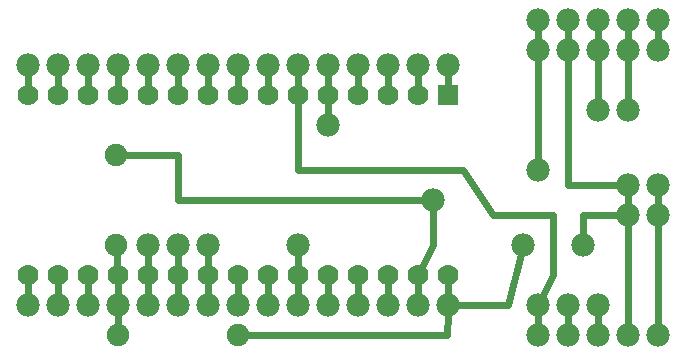
<source format=gbl>
G04 MADE WITH FRITZING*
G04 WWW.FRITZING.ORG*
G04 DOUBLE SIDED*
G04 HOLES PLATED*
G04 CONTOUR ON CENTER OF CONTOUR VECTOR*
%ASAXBY*%
%FSLAX23Y23*%
%MOIN*%
%OFA0B0*%
%SFA1.0B1.0*%
%ADD10C,0.075000*%
%ADD11C,0.070000*%
%ADD12C,0.078000*%
%ADD13R,0.070000X0.069972*%
%ADD14C,0.024000*%
%LNCOPPER0*%
G90*
G70*
G54D10*
X385Y673D03*
X385Y373D03*
X385Y673D03*
X385Y373D03*
X790Y73D03*
X390Y73D03*
X790Y73D03*
X390Y73D03*
G54D11*
X1491Y873D03*
X1391Y873D03*
X1291Y873D03*
X1191Y873D03*
X1091Y873D03*
X991Y873D03*
X891Y873D03*
X791Y873D03*
X691Y873D03*
X591Y873D03*
X491Y873D03*
X391Y873D03*
X291Y873D03*
X191Y873D03*
X91Y873D03*
X1491Y273D03*
X1391Y273D03*
X1291Y273D03*
X1191Y273D03*
X1091Y273D03*
X991Y273D03*
X891Y273D03*
X791Y273D03*
X691Y273D03*
X591Y273D03*
X491Y273D03*
X391Y273D03*
X291Y273D03*
X191Y273D03*
X91Y273D03*
G54D12*
X1440Y523D03*
X1940Y373D03*
X1740Y373D03*
X990Y373D03*
X690Y373D03*
X490Y373D03*
X590Y373D03*
X1090Y773D03*
X2090Y823D03*
X1990Y823D03*
X2090Y573D03*
X2190Y573D03*
X1790Y623D03*
X2090Y473D03*
X2190Y473D03*
X1790Y173D03*
X1890Y173D03*
X1990Y173D03*
X1790Y1023D03*
X1890Y1023D03*
X1990Y1023D03*
X2090Y1023D03*
X2190Y1023D03*
X1790Y1123D03*
X1890Y1123D03*
X1990Y1123D03*
X2090Y1123D03*
X2190Y1123D03*
X1790Y73D03*
X1890Y73D03*
X1990Y73D03*
X2090Y73D03*
X2190Y73D03*
X1491Y973D03*
X1391Y973D03*
X1291Y973D03*
X1191Y973D03*
X1091Y973D03*
X991Y973D03*
X891Y973D03*
X791Y973D03*
X691Y973D03*
X591Y973D03*
X491Y973D03*
X391Y973D03*
X291Y973D03*
X191Y973D03*
X91Y973D03*
X1491Y173D03*
X1391Y173D03*
X1291Y173D03*
X1191Y173D03*
X1091Y173D03*
X991Y173D03*
X891Y173D03*
X791Y173D03*
X691Y173D03*
X591Y173D03*
X491Y173D03*
X391Y173D03*
X291Y173D03*
X191Y173D03*
X91Y173D03*
G54D13*
X1491Y873D03*
G54D14*
X2090Y443D02*
X2090Y103D01*
D02*
X2091Y573D02*
X2090Y503D01*
D02*
X1890Y573D02*
X2091Y573D01*
D02*
X1890Y1093D02*
X1890Y573D01*
D02*
X1790Y1053D02*
X1790Y1093D01*
D02*
X1790Y653D02*
X1790Y993D01*
D02*
X2190Y443D02*
X2190Y103D01*
D02*
X2190Y543D02*
X2190Y503D01*
D02*
X1990Y993D02*
X1990Y853D01*
D02*
X1990Y1093D02*
X1990Y1053D01*
D02*
X2090Y993D02*
X2090Y853D01*
D02*
X2090Y1093D02*
X2090Y1053D01*
D02*
X491Y302D02*
X490Y343D01*
D02*
X591Y302D02*
X590Y343D01*
D02*
X1091Y844D02*
X1090Y803D01*
D02*
X991Y302D02*
X990Y343D01*
D02*
X691Y302D02*
X690Y343D01*
D02*
X1540Y624D02*
X990Y624D01*
D02*
X1840Y474D02*
X1641Y474D01*
D02*
X1641Y474D02*
X1540Y624D01*
D02*
X1840Y273D02*
X1840Y474D01*
D02*
X990Y624D02*
X991Y844D01*
D02*
X1804Y200D02*
X1840Y273D01*
D02*
X1690Y172D02*
X1521Y173D01*
D02*
X1733Y344D02*
X1690Y172D01*
D02*
X1941Y474D02*
X2060Y473D01*
D02*
X1940Y403D02*
X1941Y474D01*
D02*
X1440Y373D02*
X1404Y299D01*
D02*
X1440Y523D02*
X1440Y373D01*
D02*
X1339Y523D02*
X1440Y523D01*
D02*
X1410Y523D02*
X1339Y523D01*
D02*
X391Y143D02*
X390Y102D01*
D02*
X1489Y74D02*
X1490Y143D01*
D02*
X819Y73D02*
X1489Y74D01*
D02*
X386Y345D02*
X389Y302D01*
D02*
X590Y673D02*
X413Y673D01*
D02*
X590Y523D02*
X590Y673D01*
D02*
X1339Y523D02*
X590Y523D01*
D02*
X2190Y1093D02*
X2190Y1053D01*
D02*
X1491Y203D02*
X1491Y244D01*
D02*
X1391Y203D02*
X1391Y244D01*
D02*
X1790Y143D02*
X1790Y103D01*
D02*
X1890Y143D02*
X1890Y103D01*
D02*
X1990Y143D02*
X1990Y103D01*
D02*
X491Y203D02*
X491Y244D01*
D02*
X591Y203D02*
X591Y244D01*
D02*
X91Y943D02*
X91Y902D01*
D02*
X191Y943D02*
X191Y902D01*
D02*
X291Y943D02*
X291Y902D01*
D02*
X391Y943D02*
X391Y902D01*
D02*
X491Y943D02*
X491Y902D01*
D02*
X591Y943D02*
X591Y902D01*
D02*
X691Y943D02*
X691Y902D01*
D02*
X791Y943D02*
X791Y902D01*
D02*
X891Y943D02*
X891Y902D01*
D02*
X991Y943D02*
X991Y902D01*
D02*
X1091Y943D02*
X1091Y902D01*
D02*
X1191Y943D02*
X1191Y902D01*
D02*
X1291Y943D02*
X1291Y902D01*
D02*
X1391Y943D02*
X1391Y902D01*
D02*
X1491Y943D02*
X1491Y902D01*
D02*
X1291Y244D02*
X1291Y203D01*
D02*
X1191Y244D02*
X1191Y203D01*
D02*
X1091Y244D02*
X1091Y203D01*
D02*
X991Y244D02*
X991Y203D01*
D02*
X891Y244D02*
X891Y203D01*
D02*
X791Y244D02*
X791Y203D01*
D02*
X691Y244D02*
X691Y203D01*
D02*
X391Y244D02*
X391Y203D01*
D02*
X291Y244D02*
X291Y203D01*
D02*
X191Y244D02*
X191Y203D01*
D02*
X91Y244D02*
X91Y203D01*
G04 End of Copper0*
M02*
</source>
